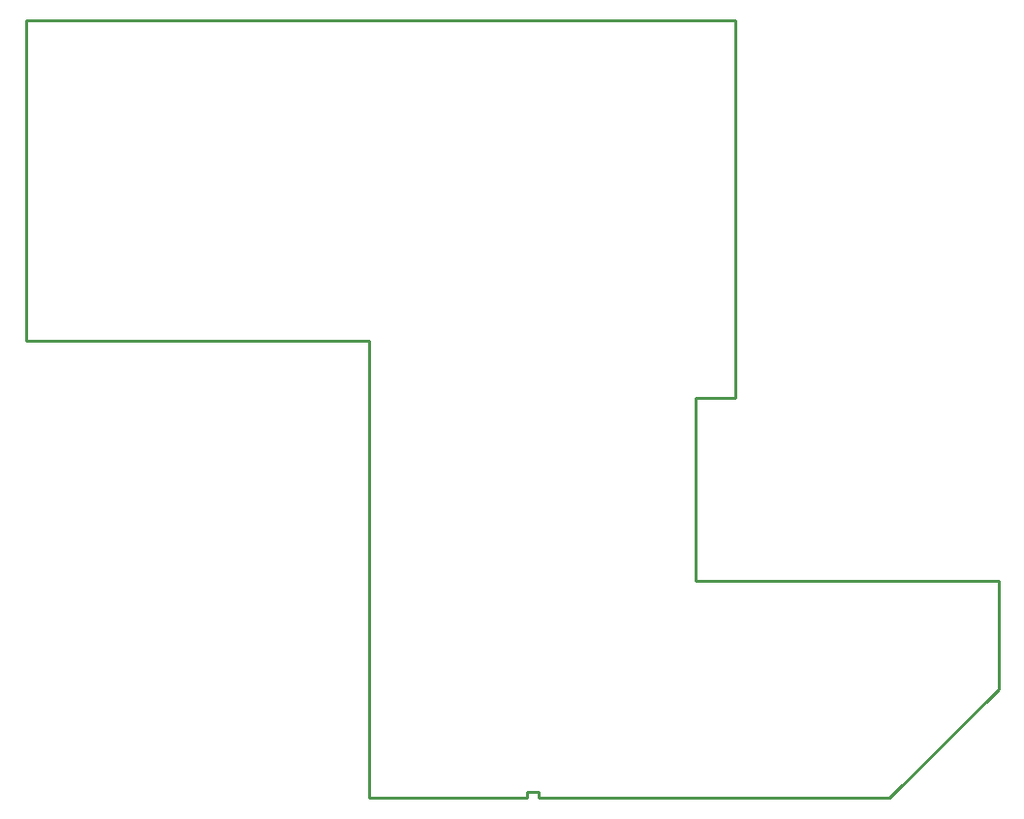
<source format=gbr>
G04 EAGLE Gerber X2 export*
%TF.Part,Single*%
%TF.FileFunction,Profile,NP*%
%TF.FilePolarity,Positive*%
%TF.GenerationSoftware,Autodesk,EAGLE,9.2.2*%
%TF.CreationDate,2019-06-08T20:53:20Z*%
G75*
%MOMM*%
%FSLAX34Y34*%
%LPD*%
%IN*%
%AMOC8*
5,1,8,0,0,1.08239X$1,22.5*%
G01*
%ADD10C,0.254000*%


D10*
X0Y400000D02*
X300000Y400000D01*
X300000Y0D01*
X438000Y0D01*
X438000Y5000D01*
X448000Y5000D01*
X448000Y0D01*
X754585Y0D01*
X850000Y95415D01*
X850000Y190000D01*
X585000Y190000D01*
X585000Y350000D01*
X620000Y350000D01*
X620000Y680000D01*
X0Y680000D01*
X0Y400000D01*
M02*

</source>
